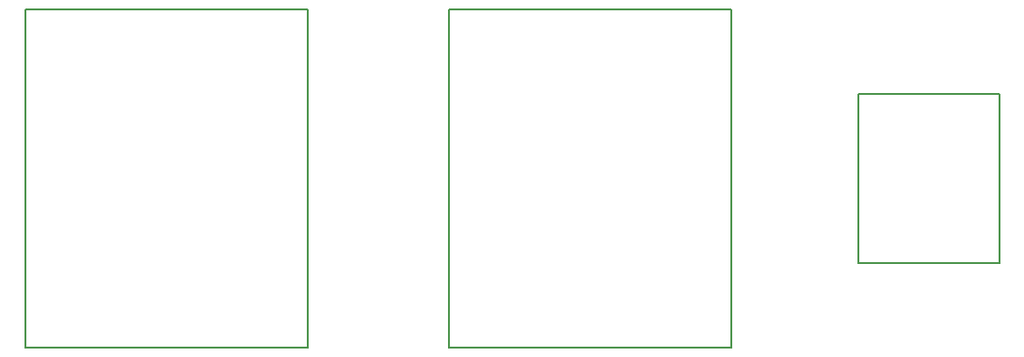
<source format=gm1>
%TF.GenerationSoftware,KiCad,Pcbnew,(5.1.9)-1*%
%TF.CreationDate,2021-03-01T18:45:07-05:00*%
%TF.ProjectId,multicntr_filled,6d756c74-6963-46e7-9472-5f66696c6c65,A*%
%TF.SameCoordinates,Original*%
%TF.FileFunction,Profile,NP*%
%FSLAX46Y46*%
G04 Gerber Fmt 4.6, Leading zero omitted, Abs format (unit mm)*
G04 Created by KiCad (PCBNEW (5.1.9)-1) date 2021-03-01 18:45:07*
%MOMM*%
%LPD*%
G01*
G04 APERTURE LIST*
%TA.AperFunction,Profile*%
%ADD10C,0.150000*%
%TD*%
G04 APERTURE END LIST*
D10*
X151701000Y-81760920D02*
X151701000Y-83030920D01*
X126301000Y-81760920D02*
X151701000Y-81760920D01*
X126301000Y-83030920D02*
X126301000Y-81760920D01*
X126301000Y-112240920D02*
X126301000Y-110970920D01*
X151701000Y-112240920D02*
X126301000Y-112240920D01*
X151701000Y-110970920D02*
X151701000Y-112240920D01*
X164401000Y-81760920D02*
X164401000Y-83030920D01*
X189801000Y-81760920D02*
X164401000Y-81760920D01*
X189801000Y-83030920D02*
X189801000Y-81760920D01*
X164401000Y-112240920D02*
X164401000Y-110970920D01*
X189801000Y-112240920D02*
X164401000Y-112240920D01*
X189801000Y-110970920D02*
X189801000Y-112240920D01*
X189801000Y-110970920D02*
X189801000Y-83030920D01*
X164401000Y-83030920D02*
X164401000Y-110970920D01*
X151701000Y-110970920D02*
X151701000Y-83030920D01*
X126301000Y-83030920D02*
X126301000Y-110970920D01*
X213931000Y-89380920D02*
X201231000Y-89380920D01*
X213931000Y-104620920D02*
X213931000Y-89380920D01*
X201231000Y-104620920D02*
X213931000Y-104620920D01*
X201231000Y-89380920D02*
X201231000Y-104620920D01*
M02*

</source>
